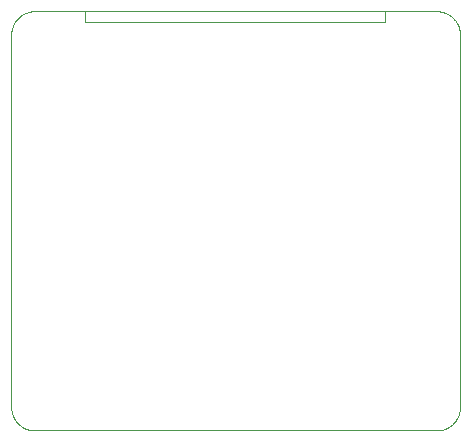
<source format=gm1>
G75*
%MOIN*%
%OFA0B0*%
%FSLAX25Y25*%
%IPPOS*%
%LPD*%
%AMOC8*
5,1,8,0,0,1.08239X$1,22.5*
%
%ADD10C,0.00000*%
D10*
X0009474Y0001600D02*
X0143332Y0001600D01*
X0143522Y0001602D01*
X0143712Y0001609D01*
X0143902Y0001621D01*
X0144092Y0001637D01*
X0144281Y0001657D01*
X0144470Y0001683D01*
X0144658Y0001712D01*
X0144845Y0001747D01*
X0145031Y0001786D01*
X0145216Y0001829D01*
X0145401Y0001877D01*
X0145584Y0001929D01*
X0145765Y0001985D01*
X0145945Y0002046D01*
X0146124Y0002112D01*
X0146301Y0002181D01*
X0146477Y0002255D01*
X0146650Y0002333D01*
X0146822Y0002416D01*
X0146991Y0002502D01*
X0147159Y0002592D01*
X0147324Y0002687D01*
X0147487Y0002785D01*
X0147647Y0002888D01*
X0147805Y0002994D01*
X0147960Y0003104D01*
X0148113Y0003217D01*
X0148263Y0003335D01*
X0148409Y0003456D01*
X0148553Y0003580D01*
X0148694Y0003708D01*
X0148832Y0003839D01*
X0148967Y0003974D01*
X0149098Y0004112D01*
X0149226Y0004253D01*
X0149350Y0004397D01*
X0149471Y0004543D01*
X0149589Y0004693D01*
X0149702Y0004846D01*
X0149812Y0005001D01*
X0149918Y0005159D01*
X0150021Y0005319D01*
X0150119Y0005482D01*
X0150214Y0005647D01*
X0150304Y0005815D01*
X0150390Y0005984D01*
X0150473Y0006156D01*
X0150551Y0006329D01*
X0150625Y0006505D01*
X0150694Y0006682D01*
X0150760Y0006861D01*
X0150821Y0007041D01*
X0150877Y0007222D01*
X0150929Y0007405D01*
X0150977Y0007590D01*
X0151020Y0007775D01*
X0151059Y0007961D01*
X0151094Y0008148D01*
X0151123Y0008336D01*
X0151149Y0008525D01*
X0151169Y0008714D01*
X0151185Y0008904D01*
X0151197Y0009094D01*
X0151204Y0009284D01*
X0151206Y0009474D01*
X0151206Y0133490D01*
X0151204Y0133680D01*
X0151197Y0133870D01*
X0151185Y0134060D01*
X0151169Y0134250D01*
X0151149Y0134439D01*
X0151123Y0134628D01*
X0151094Y0134816D01*
X0151059Y0135003D01*
X0151020Y0135189D01*
X0150977Y0135374D01*
X0150929Y0135559D01*
X0150877Y0135742D01*
X0150821Y0135923D01*
X0150760Y0136103D01*
X0150694Y0136282D01*
X0150625Y0136459D01*
X0150551Y0136635D01*
X0150473Y0136808D01*
X0150390Y0136980D01*
X0150304Y0137149D01*
X0150214Y0137317D01*
X0150119Y0137482D01*
X0150021Y0137645D01*
X0149918Y0137805D01*
X0149812Y0137963D01*
X0149702Y0138118D01*
X0149589Y0138271D01*
X0149471Y0138421D01*
X0149350Y0138567D01*
X0149226Y0138711D01*
X0149098Y0138852D01*
X0148967Y0138990D01*
X0148832Y0139125D01*
X0148694Y0139256D01*
X0148553Y0139384D01*
X0148409Y0139508D01*
X0148263Y0139629D01*
X0148113Y0139747D01*
X0147960Y0139860D01*
X0147805Y0139970D01*
X0147647Y0140076D01*
X0147487Y0140179D01*
X0147324Y0140277D01*
X0147159Y0140372D01*
X0146991Y0140462D01*
X0146822Y0140548D01*
X0146650Y0140631D01*
X0146477Y0140709D01*
X0146301Y0140783D01*
X0146124Y0140852D01*
X0145945Y0140918D01*
X0145765Y0140979D01*
X0145584Y0141035D01*
X0145401Y0141087D01*
X0145216Y0141135D01*
X0145031Y0141178D01*
X0144845Y0141217D01*
X0144658Y0141252D01*
X0144470Y0141281D01*
X0144281Y0141307D01*
X0144092Y0141327D01*
X0143902Y0141343D01*
X0143712Y0141355D01*
X0143522Y0141362D01*
X0143332Y0141364D01*
X0009474Y0141364D01*
X0009284Y0141362D01*
X0009094Y0141355D01*
X0008904Y0141343D01*
X0008714Y0141327D01*
X0008525Y0141307D01*
X0008336Y0141281D01*
X0008148Y0141252D01*
X0007961Y0141217D01*
X0007775Y0141178D01*
X0007590Y0141135D01*
X0007405Y0141087D01*
X0007222Y0141035D01*
X0007041Y0140979D01*
X0006861Y0140918D01*
X0006682Y0140852D01*
X0006505Y0140783D01*
X0006329Y0140709D01*
X0006156Y0140631D01*
X0005984Y0140548D01*
X0005815Y0140462D01*
X0005647Y0140372D01*
X0005482Y0140277D01*
X0005319Y0140179D01*
X0005159Y0140076D01*
X0005001Y0139970D01*
X0004846Y0139860D01*
X0004693Y0139747D01*
X0004543Y0139629D01*
X0004397Y0139508D01*
X0004253Y0139384D01*
X0004112Y0139256D01*
X0003974Y0139125D01*
X0003839Y0138990D01*
X0003708Y0138852D01*
X0003580Y0138711D01*
X0003456Y0138567D01*
X0003335Y0138421D01*
X0003217Y0138271D01*
X0003104Y0138118D01*
X0002994Y0137963D01*
X0002888Y0137805D01*
X0002785Y0137645D01*
X0002687Y0137482D01*
X0002592Y0137317D01*
X0002502Y0137149D01*
X0002416Y0136980D01*
X0002333Y0136808D01*
X0002255Y0136635D01*
X0002181Y0136459D01*
X0002112Y0136282D01*
X0002046Y0136103D01*
X0001985Y0135923D01*
X0001929Y0135742D01*
X0001877Y0135559D01*
X0001829Y0135374D01*
X0001786Y0135189D01*
X0001747Y0135003D01*
X0001712Y0134816D01*
X0001683Y0134628D01*
X0001657Y0134439D01*
X0001637Y0134250D01*
X0001621Y0134060D01*
X0001609Y0133870D01*
X0001602Y0133680D01*
X0001600Y0133490D01*
X0001600Y0009474D01*
X0001602Y0009284D01*
X0001609Y0009094D01*
X0001621Y0008904D01*
X0001637Y0008714D01*
X0001657Y0008525D01*
X0001683Y0008336D01*
X0001712Y0008148D01*
X0001747Y0007961D01*
X0001786Y0007775D01*
X0001829Y0007590D01*
X0001877Y0007405D01*
X0001929Y0007222D01*
X0001985Y0007041D01*
X0002046Y0006861D01*
X0002112Y0006682D01*
X0002181Y0006505D01*
X0002255Y0006329D01*
X0002333Y0006156D01*
X0002416Y0005984D01*
X0002502Y0005815D01*
X0002592Y0005647D01*
X0002687Y0005482D01*
X0002785Y0005319D01*
X0002888Y0005159D01*
X0002994Y0005001D01*
X0003104Y0004846D01*
X0003217Y0004693D01*
X0003335Y0004543D01*
X0003456Y0004397D01*
X0003580Y0004253D01*
X0003708Y0004112D01*
X0003839Y0003974D01*
X0003974Y0003839D01*
X0004112Y0003708D01*
X0004253Y0003580D01*
X0004397Y0003456D01*
X0004543Y0003335D01*
X0004693Y0003217D01*
X0004846Y0003104D01*
X0005001Y0002994D01*
X0005159Y0002888D01*
X0005319Y0002785D01*
X0005482Y0002687D01*
X0005647Y0002592D01*
X0005815Y0002502D01*
X0005984Y0002416D01*
X0006156Y0002333D01*
X0006329Y0002255D01*
X0006505Y0002181D01*
X0006682Y0002112D01*
X0006861Y0002046D01*
X0007041Y0001985D01*
X0007222Y0001929D01*
X0007405Y0001877D01*
X0007590Y0001829D01*
X0007775Y0001786D01*
X0007961Y0001747D01*
X0008148Y0001712D01*
X0008336Y0001683D01*
X0008525Y0001657D01*
X0008714Y0001637D01*
X0008904Y0001621D01*
X0009094Y0001609D01*
X0009284Y0001602D01*
X0009474Y0001600D01*
X0009284Y0001602D01*
X0009094Y0001609D01*
X0008904Y0001621D01*
X0008714Y0001637D01*
X0008525Y0001657D01*
X0008336Y0001683D01*
X0008148Y0001712D01*
X0007961Y0001747D01*
X0007775Y0001786D01*
X0007590Y0001829D01*
X0007405Y0001877D01*
X0007222Y0001929D01*
X0007041Y0001985D01*
X0006861Y0002046D01*
X0006682Y0002112D01*
X0006505Y0002181D01*
X0006329Y0002255D01*
X0006156Y0002333D01*
X0005984Y0002416D01*
X0005815Y0002502D01*
X0005647Y0002592D01*
X0005482Y0002687D01*
X0005319Y0002785D01*
X0005159Y0002888D01*
X0005001Y0002994D01*
X0004846Y0003104D01*
X0004693Y0003217D01*
X0004543Y0003335D01*
X0004397Y0003456D01*
X0004253Y0003580D01*
X0004112Y0003708D01*
X0003974Y0003839D01*
X0003839Y0003974D01*
X0003708Y0004112D01*
X0003580Y0004253D01*
X0003456Y0004397D01*
X0003335Y0004543D01*
X0003217Y0004693D01*
X0003104Y0004846D01*
X0002994Y0005001D01*
X0002888Y0005159D01*
X0002785Y0005319D01*
X0002687Y0005482D01*
X0002592Y0005647D01*
X0002502Y0005815D01*
X0002416Y0005984D01*
X0002333Y0006156D01*
X0002255Y0006329D01*
X0002181Y0006505D01*
X0002112Y0006682D01*
X0002046Y0006861D01*
X0001985Y0007041D01*
X0001929Y0007222D01*
X0001877Y0007405D01*
X0001829Y0007590D01*
X0001786Y0007775D01*
X0001747Y0007961D01*
X0001712Y0008148D01*
X0001683Y0008336D01*
X0001657Y0008525D01*
X0001637Y0008714D01*
X0001621Y0008904D01*
X0001609Y0009094D01*
X0001602Y0009284D01*
X0001600Y0009474D01*
X0001600Y0133490D02*
X0001602Y0133680D01*
X0001609Y0133870D01*
X0001621Y0134060D01*
X0001637Y0134250D01*
X0001657Y0134439D01*
X0001683Y0134628D01*
X0001712Y0134816D01*
X0001747Y0135003D01*
X0001786Y0135189D01*
X0001829Y0135374D01*
X0001877Y0135559D01*
X0001929Y0135742D01*
X0001985Y0135923D01*
X0002046Y0136103D01*
X0002112Y0136282D01*
X0002181Y0136459D01*
X0002255Y0136635D01*
X0002333Y0136808D01*
X0002416Y0136980D01*
X0002502Y0137149D01*
X0002592Y0137317D01*
X0002687Y0137482D01*
X0002785Y0137645D01*
X0002888Y0137805D01*
X0002994Y0137963D01*
X0003104Y0138118D01*
X0003217Y0138271D01*
X0003335Y0138421D01*
X0003456Y0138567D01*
X0003580Y0138711D01*
X0003708Y0138852D01*
X0003839Y0138990D01*
X0003974Y0139125D01*
X0004112Y0139256D01*
X0004253Y0139384D01*
X0004397Y0139508D01*
X0004543Y0139629D01*
X0004693Y0139747D01*
X0004846Y0139860D01*
X0005001Y0139970D01*
X0005159Y0140076D01*
X0005319Y0140179D01*
X0005482Y0140277D01*
X0005647Y0140372D01*
X0005815Y0140462D01*
X0005984Y0140548D01*
X0006156Y0140631D01*
X0006329Y0140709D01*
X0006505Y0140783D01*
X0006682Y0140852D01*
X0006861Y0140918D01*
X0007041Y0140979D01*
X0007222Y0141035D01*
X0007405Y0141087D01*
X0007590Y0141135D01*
X0007775Y0141178D01*
X0007961Y0141217D01*
X0008148Y0141252D01*
X0008336Y0141281D01*
X0008525Y0141307D01*
X0008714Y0141327D01*
X0008904Y0141343D01*
X0009094Y0141355D01*
X0009284Y0141362D01*
X0009474Y0141364D01*
X0026246Y0141521D02*
X0026246Y0137771D01*
X0126246Y0137771D01*
X0126246Y0141521D01*
X0026246Y0141521D01*
X0151206Y0009474D02*
X0151204Y0009284D01*
X0151197Y0009094D01*
X0151185Y0008904D01*
X0151169Y0008714D01*
X0151149Y0008525D01*
X0151123Y0008336D01*
X0151094Y0008148D01*
X0151059Y0007961D01*
X0151020Y0007775D01*
X0150977Y0007590D01*
X0150929Y0007405D01*
X0150877Y0007222D01*
X0150821Y0007041D01*
X0150760Y0006861D01*
X0150694Y0006682D01*
X0150625Y0006505D01*
X0150551Y0006329D01*
X0150473Y0006156D01*
X0150390Y0005984D01*
X0150304Y0005815D01*
X0150214Y0005647D01*
X0150119Y0005482D01*
X0150021Y0005319D01*
X0149918Y0005159D01*
X0149812Y0005001D01*
X0149702Y0004846D01*
X0149589Y0004693D01*
X0149471Y0004543D01*
X0149350Y0004397D01*
X0149226Y0004253D01*
X0149098Y0004112D01*
X0148967Y0003974D01*
X0148832Y0003839D01*
X0148694Y0003708D01*
X0148553Y0003580D01*
X0148409Y0003456D01*
X0148263Y0003335D01*
X0148113Y0003217D01*
X0147960Y0003104D01*
X0147805Y0002994D01*
X0147647Y0002888D01*
X0147487Y0002785D01*
X0147324Y0002687D01*
X0147159Y0002592D01*
X0146991Y0002502D01*
X0146822Y0002416D01*
X0146650Y0002333D01*
X0146477Y0002255D01*
X0146301Y0002181D01*
X0146124Y0002112D01*
X0145945Y0002046D01*
X0145765Y0001985D01*
X0145584Y0001929D01*
X0145401Y0001877D01*
X0145216Y0001829D01*
X0145031Y0001786D01*
X0144845Y0001747D01*
X0144658Y0001712D01*
X0144470Y0001683D01*
X0144281Y0001657D01*
X0144092Y0001637D01*
X0143902Y0001621D01*
X0143712Y0001609D01*
X0143522Y0001602D01*
X0143332Y0001600D01*
M02*

</source>
